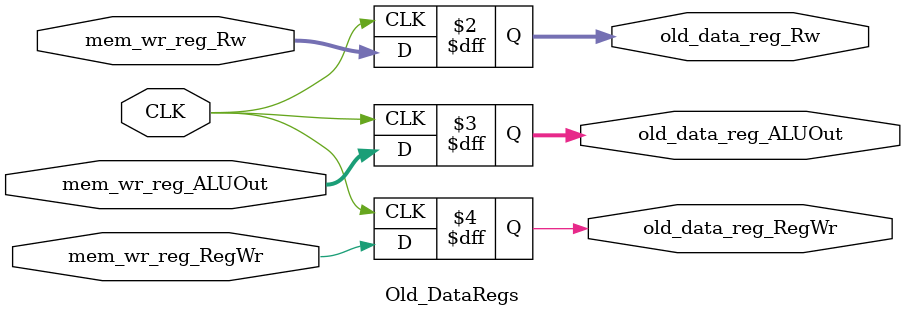
<source format=v>
module Registers
(
	input CLK,
	input [4:0] Ra,Rb,Rw,
	output [31:0] Da,Db,
	input [31:0] Dw,
	input RegWr,
	output [31:0] Data,
	input [31:0] Rt,
	output [31:0] Dt
);
reg [31:0] Rs[31:0];
always @( negedge CLK)
begin
	if(RegWr)
		Rs[Rw] <= Dw;
	Rs[0]=32'b0000_0000_0000_0000_0000_0000_0000_1000;
	Rs[1]=32'b0000_0000_0000_0000_0000_0000_0000_0010;
	Rs[3]=32'b0000_0000_0000_0000_0000_0000_0000_1000;
end
assign Da = Rs[Ra];
assign Db = Rs[Rb];
assign Data = Rs[2];
assign Dt = Rs[Rt];
endmodule

module PCReg
(
	input CLK,
	input RESET,
	input [31:0] NPC,
	output reg [31:0] PC
);
always @ (posedge CLK)
begin
	if(RESET)
		PC <= 32'b0;
	else
		PC <= NPC;
end
endmodule

module id_ex_register(clk,extop1,alusrc1,aluop1,regdst1,memwr1,memtoreg1,sign1,chsresult1,wrsrc1,siftop1,mergeop1,regwr1,siftsrc1,imm16_1,da1,db1,rs1,rt1,branch1,jump1,
extop,alusrc,aluop,regdst,memwr,memtoreg,sign,chsresult,wrsrc,siftop,mergeop,regwr,siftsrc,imm16,da,db,rs,rt,branch,jump);
input extop1,alusrc1,regdst1,memwr1,memtoreg1,sign1,chsresult1,wrsrc1,mergeop1,regwr1,clk,siftsrc1,branch1,jump1;
input [4:0] rt1,rs1;
input [3:0] aluop1;
input [1:0] siftop1;
input [15:0] imm16_1;
input [31:0] da1,db1;

output reg extop,regdst,memwr,memtoreg,alusrc,sign,chsresult,wrsrc,mergeop,regwr,siftsrc,branch,jump;
output reg [3:0] aluop;
output reg [1:0] siftop;
output reg [15:0] imm16;
output reg [31:0] da,db;
output reg [4:0] rt,rs;

always @(posedge clk)
begin
extop=extop1;
alusrc=alusrc1;
regdst=regdst1;
memwr=memwr1;
memtoreg=memtoreg1;
sign=sign1;
chsresult=chsresult1;
mergeop=mergeop1;
regwr=regwr1;
aluop=aluop1;
siftop=siftop1;
siftsrc=siftsrc1;
imm16=imm16_1;
da=da1;
db=db1;
rt=rt1;
wrsrc=wrsrc1;
rs=rs1;
jump=jump1;
branch=branch1;
end
endmodule

//Define the EX/MEM Register
module ex_mem_register(clk,memwr1,memtoreg1,sign1,wrsrc1,mergeop1,regwr1,rw1,result1,overflow1,data_rt1,
memwr,memtoreg,sign,wrsrc,mergeop,regwr,rw,result,overflow,data_rt);
input clk,memwr1,memtoreg1,sign1,wrsrc1,mergeop1,regwr1,overflow1;
input [4:0] rw1;
input [31:0] result1,data_rt1;

output reg memwr,memtoreg,sign,wrsrc,mergeop,regwr,overflow;
output reg [4:0] rw;
output reg [31:0] result,data_rt;

always @(posedge clk)
begin
memwr=memwr1;
memtoreg=memtoreg1;
sign=sign1;
wrsrc=wrsrc1;
mergeop=mergeop1;
regwr=regwr1;
rw=rw1;
overflow=overflow1;
result=result1;
data_rt=data_rt1;
end

endmodule

//Define the MEM/WR Register
module mem_wr_register(clk,data1,memtoreg1,sign1,regwr1,rw1,overflow1,result1,data,memtoreg,sign,regwr,rw,overflow,result);
input clk,memtoreg1,sign1,regwr1,overflow1;
input [4:0] rw1;
input [31:0] data1,result1;

output reg memtoreg,sign,regwr,overflow;
output reg [4:0] rw;
output reg [31:0] data,result;

always @(posedge clk)
begin
memtoreg=memtoreg1;
sign=sign1;
regwr=regwr1;
rw=rw1;
overflow=overflow1;
data=data1;
result=result1;
end

endmodule

module Old_DataRegs 
(
	input CLK,
	input [5:0] mem_wr_reg_Rw,
	input [31:0] mem_wr_reg_ALUOut,
	input mem_wr_reg_RegWr,
	output reg [5:0] old_data_reg_Rw,
	output reg [31:0] old_data_reg_ALUOut,
	output reg old_data_reg_RegWr
);
always @(posedge CLK)
begin
	old_data_reg_Rw <= mem_wr_reg_Rw;
	old_data_reg_ALUOut <= mem_wr_reg_ALUOut;
	old_data_reg_RegWr <= mem_wr_reg_RegWr;
end
endmodule

</source>
